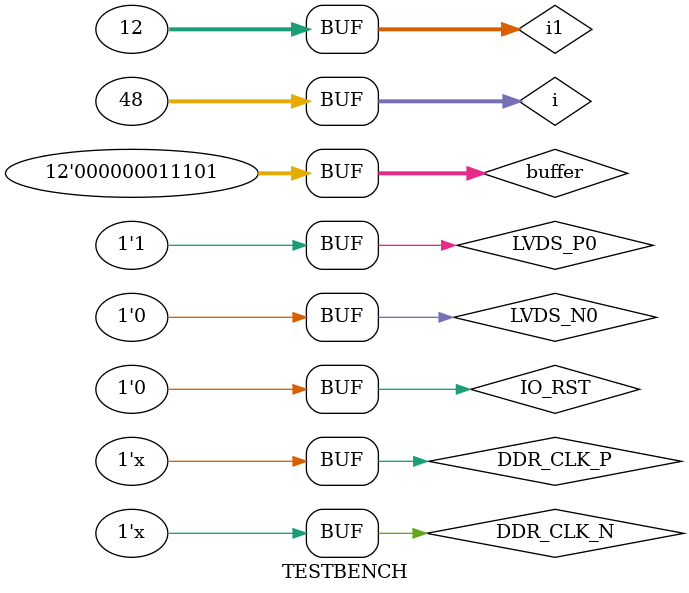
<source format=v>
`timescale 1ns / 1ps


module TESTBENCH();
  wire [9:0]ADDRESS;
  wire CLK;
  wire [15:0]DATA_WORD;
  reg DDR_CLK_N;
  reg DDR_CLK_P;
  reg IO_RST;
  reg LVDS_N0;
  reg LVDS_P0;
  wire WRITE_EN;


Acquisition_module_wrapper TEST
   (ADDRESS,
    CLK,
    DATA_WORD,
    DDR_CLK_N,
    DDR_CLK_P,
    IO_RST,
    LVDS_N0,
    LVDS_P0,
    WRITE_EN);

integer i,i1;
reg [11:0]buffer;
parameter SOL = 48'hFFF_000_000_800;
parameter SOF = 48'hFFF_000_000_9D0;
parameter EOL = 48'hFFF_000_000_AB0;
parameter EOF = 48'hFFF_000_000_B60;
parameter TP = 12'hA5B;

    
initial
begin
    #1000 DDR_CLK_N = 0;
       DDR_CLK_P = 1;
       LVDS_P0 = 0;
       LVDS_N0 = ~LVDS_P0;
       IO_RST = 1;
    #20 IO_RST = 0;

    
    for(i=0; i<100; i=i+1)
    begin
        #5  LVDS_P0 = 1;
            LVDS_N0 = ~LVDS_P0;
    end
    
    for(i=0; i<5; i=i+1)
    begin
        for(i1=0; i1<12; i1=i1+1)
        begin
        #5  LVDS_P0 = TP[i1];
            LVDS_N0 = ~LVDS_P0;
        end
    end
    for(i=0; i<12; i=i+1)
    begin
        #5  LVDS_P0 = 1;
            LVDS_N0 = ~LVDS_P0;
    end
    for(i=0; i<=47; i=i+1)
    begin
        #5  LVDS_P0 = SOF[i];
            LVDS_N0 = ~LVDS_P0;
    end
    
    for(i=0; i<30; i=i+1)
    begin
        buffer = i;
        for(i1=0; i1<12; i1=i1+1)
        begin
            #5  LVDS_P0 = buffer[i1];
                LVDS_N0 = ~LVDS_P0;
        end
    end
    
    for(i=0; i<48; i=i+1)
    begin
        #5  LVDS_P0 = EOL[i];
            LVDS_N0 = ~LVDS_P0;
    end
    
    for(i=0; i<48; i=i+1)
    begin
        #5  LVDS_P0 = 1;
            LVDS_N0 = ~LVDS_P0;
    end
    
    for(i=0; i<5; i=i+1)
    begin
        for(i1=0; i1<12; i1=i1+1)
        begin
        #5  LVDS_P0 = TP[i1];
            LVDS_N0 = ~LVDS_P0;
        end
    end
    for(i=0; i<12; i=i+1)
    begin
        #5  LVDS_P0 = 1;
            LVDS_N0 = ~LVDS_P0;
    end
    for(i=0; i<=47; i=i+1)
    begin
        #5  LVDS_P0 = SOL[i];
            LVDS_N0 = ~LVDS_P0;
    end
    
    for(i=0; i<30; i=i+1)
    begin
        buffer = i;
        for(i1=0; i1<12; i1=i1+1)
        begin
            #5  LVDS_P0 = buffer[i1];
                LVDS_N0 = ~LVDS_P0;
        end
    end
    
    for(i=0; i<48; i=i+1)
    begin
        #5  LVDS_P0 = EOF[i];
            LVDS_N0 = ~LVDS_P0;
    end
    
end 
always 
begin 
    #5 DDR_CLK_N = ~DDR_CLK_N;
       DDR_CLK_P = ~DDR_CLK_P; 
end
endmodule

</source>
